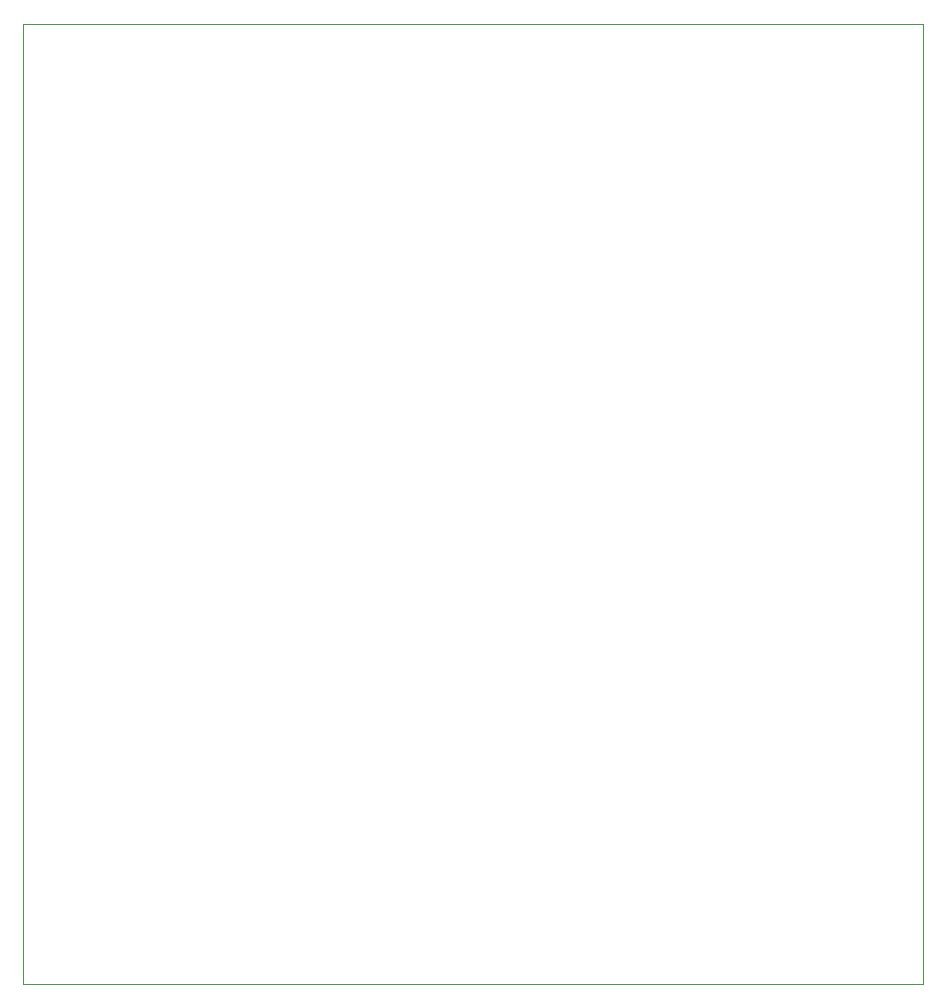
<source format=gm1>
%TF.GenerationSoftware,KiCad,Pcbnew,(5.1.4)-1*%
%TF.CreationDate,2021-11-01T00:35:55-04:00*%
%TF.ProjectId,CentralPCB,43656e74-7261-46c5-9043-422e6b696361,v01*%
%TF.SameCoordinates,Original*%
%TF.FileFunction,Profile,NP*%
%FSLAX46Y46*%
G04 Gerber Fmt 4.6, Leading zero omitted, Abs format (unit mm)*
G04 Created by KiCad (PCBNEW (5.1.4)-1) date 2021-11-01 00:35:55*
%MOMM*%
%LPD*%
G04 APERTURE LIST*
%ADD10C,0.025400*%
G04 APERTURE END LIST*
D10*
X25400000Y-25400000D02*
X25400000Y-106680000D01*
X25400000Y-106680000D02*
X101600000Y-106680000D01*
X101600000Y-25400000D02*
X101600000Y-106680000D01*
X25400000Y-25400000D02*
X101600000Y-25400000D01*
M02*

</source>
